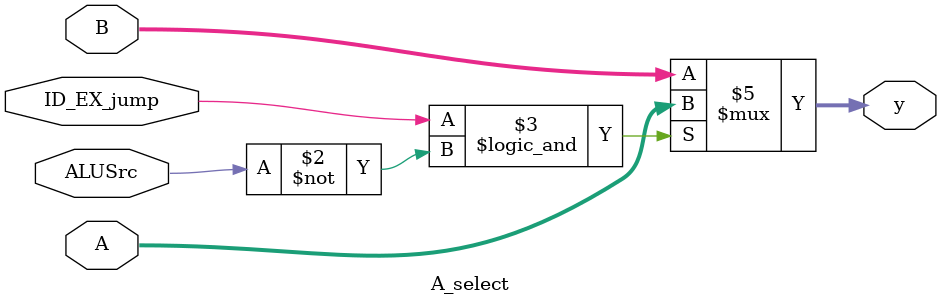
<source format=v>
module A_select(
input [31:0] A,
input [31:0] B,
input ID_EX_jump,
input ALUSrc,
output reg [31:0] y
);
always@(*) begin
if(ID_EX_jump&&(~ALUSrc)) begin
y=A;
end 
else begin
y=B;
end
end
endmodule

</source>
